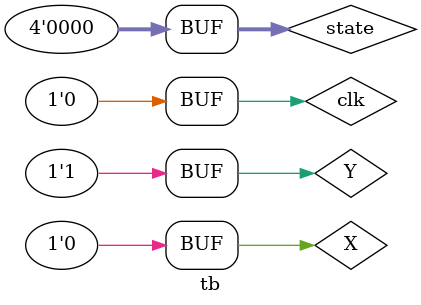
<source format=v>

/*******************************************************************************
 *
 * simulation source: [tb.v]
 *
 ******************************************************************************/

//`define SIM_CYCLE 'h400000000

//
// small value for testing
//
`define SIM_CYCLE 5000

module tb;

reg				clk;
reg		[3:0]	state;
reg				X;
reg     Y;
wire			A;
wire			B;

initial begin
  state = 4'b0000;
  X = 0;
  Y = 0;
  #40
    X<=0;
    Y<=0;
  #40
    X<=0;
    Y<=1;
  #40
    X<=1;
    Y<=0;
  #40
    X<=1;
    Y<=1;
  #40
    X<=1;
    Y<=0;
  #40
    X<=0;
    Y<=1;
end
always begin
  //@(posedge clk);
    # 20 clk = 1;
    # 20 clk = ~clk;
end

b0729056_lab1 m(
  .X(X),
  .Y(Y),
  .clk(clk),
  .A(A),
  .B(B)
);
endmodule
</source>
